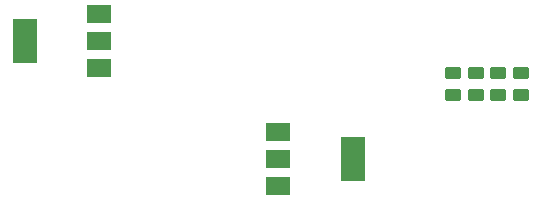
<source format=gbr>
%TF.GenerationSoftware,KiCad,Pcbnew,(6.0.9)*%
%TF.CreationDate,2023-05-20T11:21:48+02:00*%
%TF.ProjectId,sdrt41,73647274-3431-42e6-9b69-6361645f7063,rev?*%
%TF.SameCoordinates,Original*%
%TF.FileFunction,Paste,Bot*%
%TF.FilePolarity,Positive*%
%FSLAX46Y46*%
G04 Gerber Fmt 4.6, Leading zero omitted, Abs format (unit mm)*
G04 Created by KiCad (PCBNEW (6.0.9)) date 2023-05-20 11:21:48*
%MOMM*%
%LPD*%
G01*
G04 APERTURE LIST*
G04 Aperture macros list*
%AMRoundRect*
0 Rectangle with rounded corners*
0 $1 Rounding radius*
0 $2 $3 $4 $5 $6 $7 $8 $9 X,Y pos of 4 corners*
0 Add a 4 corners polygon primitive as box body*
4,1,4,$2,$3,$4,$5,$6,$7,$8,$9,$2,$3,0*
0 Add four circle primitives for the rounded corners*
1,1,$1+$1,$2,$3*
1,1,$1+$1,$4,$5*
1,1,$1+$1,$6,$7*
1,1,$1+$1,$8,$9*
0 Add four rect primitives between the rounded corners*
20,1,$1+$1,$2,$3,$4,$5,0*
20,1,$1+$1,$4,$5,$6,$7,0*
20,1,$1+$1,$6,$7,$8,$9,0*
20,1,$1+$1,$8,$9,$2,$3,0*%
G04 Aperture macros list end*
%ADD10RoundRect,0.250000X0.450000X-0.262500X0.450000X0.262500X-0.450000X0.262500X-0.450000X-0.262500X0*%
%ADD11R,2.000000X1.500000*%
%ADD12R,2.000000X3.800000*%
G04 APERTURE END LIST*
D10*
%TO.C,R30*%
X74930000Y-72667500D03*
X74930000Y-70842500D03*
%TD*%
%TO.C,R29*%
X73025000Y-70842500D03*
X73025000Y-72667500D03*
%TD*%
%TO.C,R26*%
X78740000Y-72667500D03*
X78740000Y-70842500D03*
%TD*%
%TO.C,R23*%
X76835000Y-72667500D03*
X76835000Y-70842500D03*
%TD*%
D11*
%TO.C,U2*%
X58191000Y-80405000D03*
D12*
X64491000Y-78105000D03*
D11*
X58191000Y-78105000D03*
X58191000Y-75805000D03*
%TD*%
%TO.C,U1*%
X43028000Y-65772000D03*
D12*
X36728000Y-68072000D03*
D11*
X43028000Y-68072000D03*
X43028000Y-70372000D03*
%TD*%
M02*

</source>
